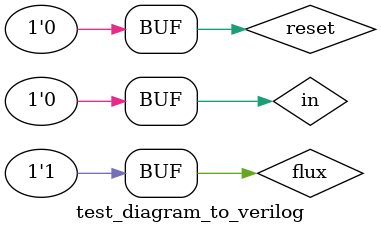
<source format=v>
`timescale 1ns / 1ps

module test_diagram_to_verilog;
	reg in;
	reg reset;
	reg flux;
	wire out;
	wire A,B,C,D,E;
	
	diagram_to_verilog uut(
		.in(in),
		.reset(reset),
		.flux(flux),
		.out(out),
		.A(A),
		.B(B),
		.C(C),
		.D(D),
		.E(E)
	);
	
	initial begin 
		//reset the FSM
		reset = 1'b1;
		in = 1'bx;
		flux = 0;
	
		//start at A, input 1 --> C
		#10
		reset = 1'b0;
		in = 1'b1;
		flux = 1;
		
		//start at C, input 0 --> E
		#10
		reset = 1'b0;
		in = 1'b0;
		flux = 0;
		
		//start at E, input 1 --> D
		#10
		reset = 1'b0;
		in = 1'b1;
		flux = 1;
		
		//start at D, input 0 --> E
		#10
		reset = 1'b0;
		in = 1'b0;
		flux = 0;
		
		//start at E, input 0 --> B
		#10
		reset = 1'b0;
		in = 1'b0;
		flux = 1;
		
		//start at B, input 0 --> B
		#10
		reset = 1'b0;
		in = 1'b0;
		flux = 0;
		
		//start at B, input 1 --> D
		#10
		reset = 1'b0;
		in = 1'b1;
		flux = 1;
		
		//start at D, input 1 --> C
		#10
		reset = 1'b0;
		in = 1'b1;
		flux = 0;
		
		//start at C, input 1 --> C
		#10
		reset = 1'b0;
		in = 1'b1;
		flux = 1;
		
		//reset the FSM
		#10 
		reset = 1'b1;
		in = 1'bx;
		flux = 0;
		
		//start at A, input 0 --> B
		#10
		reset = 1'b0;
		in = 1'b0;
		flux = 1;
		
	end 
endmodule 
		
		
		
		
</source>
